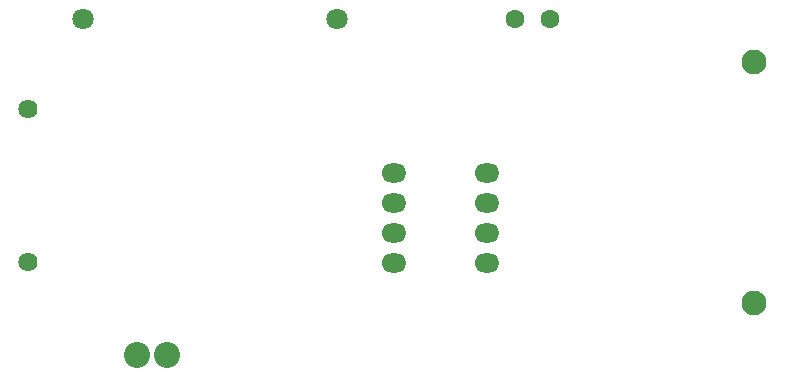
<source format=gts>
G04 Layer: TopSolderMaskLayer*
G04 EasyEDA v6.5.22, 2022-12-06 12:39:29*
G04 c6db78ffc0bd48839a298bbcf34fffd3,807727dff0ce494184415f470db24245,10*
G04 Gerber Generator version 0.2*
G04 Scale: 100 percent, Rotated: No, Reflected: No *
G04 Dimensions in millimeters *
G04 leading zeros omitted , absolute positions ,4 integer and 5 decimal *
%FSLAX45Y45*%
%MOMM*%

%ADD10C,2.1016*%
%ADD11C,2.2032*%
%ADD12C,1.6256*%
%ADD13C,1.6016*%
%ADD14C,1.8016*%
%ADD15O,2.1015960000000002X1.6256000000000002*%

%LPD*%
D10*
G01*
X7835889Y3008398D03*
G01*
X7835889Y5043396D03*
D11*
G01*
X2605498Y2565407D03*
G01*
X2859498Y2565407D03*
D12*
G01*
X1689100Y4650498D03*
G01*
X1689100Y3350501D03*
D13*
G01*
X6106292Y5410205D03*
G01*
X5806292Y5410205D03*
D14*
G01*
X2150795Y5410200D03*
G01*
X4300804Y5410200D03*
D15*
G01*
X4786604Y4102100D03*
G01*
X5576595Y4102100D03*
G01*
X4786604Y3848100D03*
G01*
X5576595Y3848100D03*
G01*
X4786604Y3594100D03*
G01*
X5576595Y3594100D03*
G01*
X4786604Y3340100D03*
G01*
X5576595Y3340100D03*
M02*

</source>
